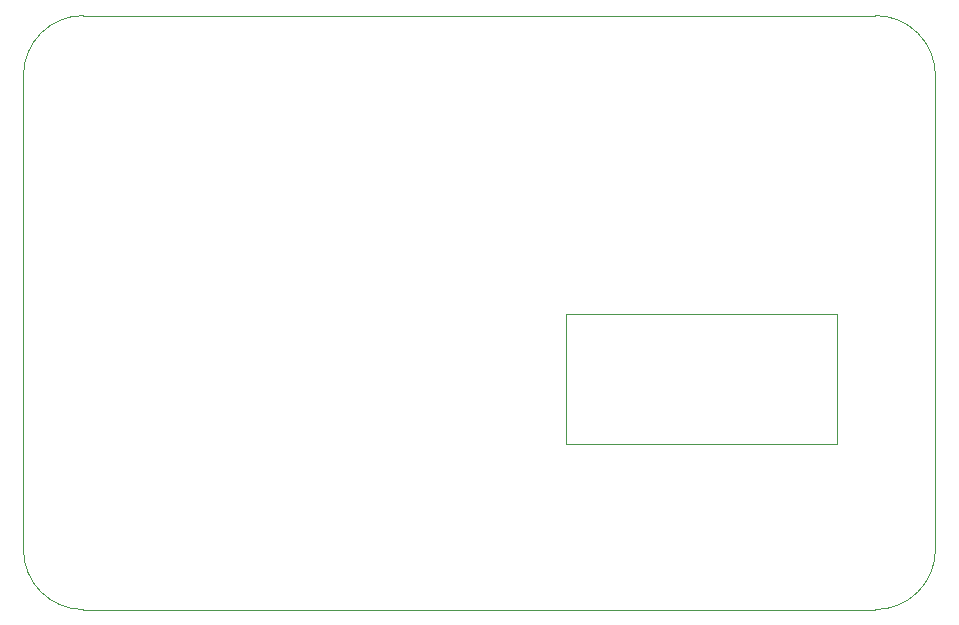
<source format=gbr>
%TF.GenerationSoftware,KiCad,Pcbnew,6.0.8-f2edbf62ab~116~ubuntu22.04.1*%
%TF.CreationDate,2022-10-27T13:18:31-04:00*%
%TF.ProjectId,discharger,64697363-6861-4726-9765-722e6b696361,rev?*%
%TF.SameCoordinates,Original*%
%TF.FileFunction,Profile,NP*%
%FSLAX46Y46*%
G04 Gerber Fmt 4.6, Leading zero omitted, Abs format (unit mm)*
G04 Created by KiCad (PCBNEW 6.0.8-f2edbf62ab~116~ubuntu22.04.1) date 2022-10-27 13:18:31*
%MOMM*%
%LPD*%
G01*
G04 APERTURE LIST*
%TA.AperFunction,Profile*%
%ADD10C,0.100000*%
%TD*%
%TA.AperFunction,Profile*%
%ADD11C,0.120000*%
%TD*%
G04 APERTURE END LIST*
D10*
X83820000Y-114300000D02*
X150876000Y-114300000D01*
X78739998Y-69087998D02*
X78740000Y-109220000D01*
X150876000Y-64008000D02*
X83819998Y-64007998D01*
X155956000Y-69088000D02*
G75*
G03*
X150876000Y-64008000I-5080000J0D01*
G01*
X83819998Y-64007998D02*
G75*
G03*
X78739998Y-69087998I2J-5080002D01*
G01*
X150876000Y-114300000D02*
G75*
G03*
X155956000Y-109220000I0J5080000D01*
G01*
X78740000Y-109220000D02*
G75*
G03*
X83820000Y-114300000I5080000J0D01*
G01*
X155956000Y-109220000D02*
X155956000Y-69088000D01*
D11*
%TO.C,J3*%
X124644000Y-89311000D02*
X147644000Y-89311000D01*
X147644000Y-89311000D02*
X147644000Y-100311000D01*
X147644000Y-100311000D02*
X124644000Y-100311000D01*
X124644000Y-100311000D02*
X124644000Y-89311000D01*
%TD*%
M02*

</source>
